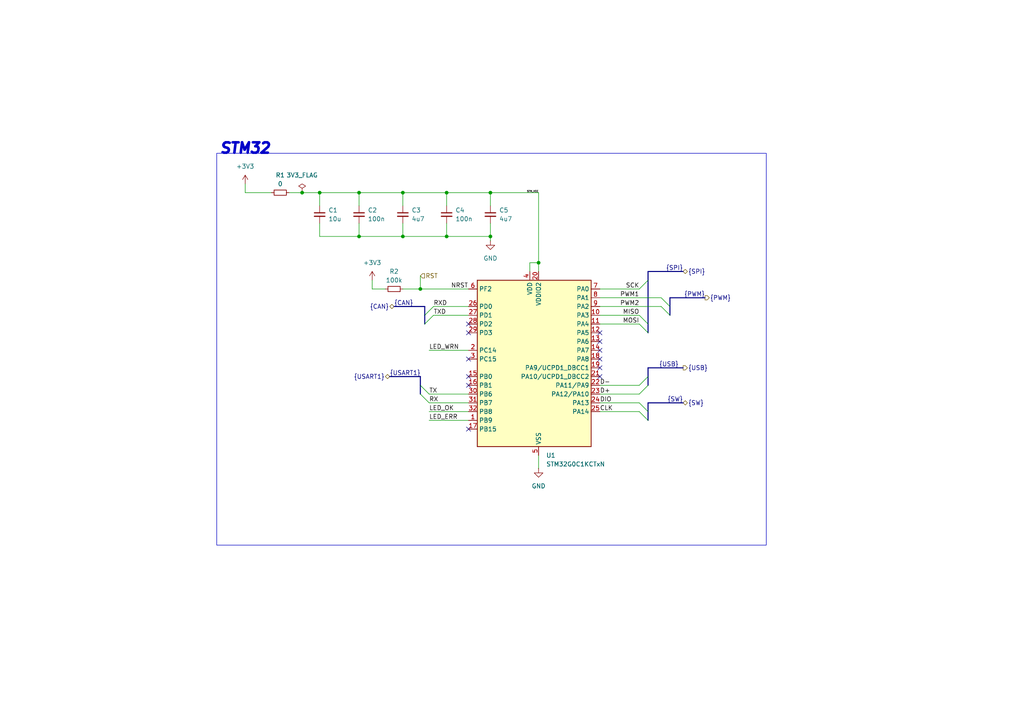
<source format=kicad_sch>
(kicad_sch (version 20250114) (generator "eeschema") (generator_version "9.0")
  (paper "A4")
  (lib_symbols
    (symbol "Device:C_Small" (pin_numbers (hide yes)) (pin_names (offset 0.254) (hide yes))
      (property "Reference" "C" (at 0.254 1.778 0))
      (property "Value" "C_Small" (at 0.254 -2.032 0))
      (symbol "C_Small_0_1"
        (polyline (pts (xy -1.524 0.508) (xy 1.524 0.508)) (stroke (width 0.3048)))
        (polyline (pts (xy -1.524 -0.508) (xy 1.524 -0.508)) (stroke (width 0.3302)))
      )
      (symbol "C_Small_1_1"
        (pin passive line (at 0 2.54 270) (length 2.032) (name "~") (number "1"))
        (pin passive line (at 0 -2.54 90) (length 2.032) (name "~") (number "2"))
      )
    )
    (symbol "Device:R_Small" (pin_numbers (hide yes)) (pin_names (offset 0.254) (hide yes))
      (property "Reference" "R" (at 0.762 0.508 0))
      (property "Value" "R_Small" (at 0.762 -1.016 0))
      (symbol "R_Small_0_1"
        (rectangle (start -0.762 1.778) (end 0.762 -1.778) (stroke (width 0.2032)))
      )
      (symbol "R_Small_1_1"
        (pin passive line (at 0 2.54 270) (length 0.762) (name "~") (number "1"))
        (pin passive line (at 0 -2.54 90) (length 0.762) (name "~") (number "2"))
      )
    )
    (symbol "MCU_ST_STM32G0:STM32G0C1KCTxN"
      (property "Reference" "U1" (at 4.7341 -25.4 0))
      (property "Value" "STM32G0C1KCTxN" (at 4.7341 -27.94 0))
      (symbol "STM32G0C1KCTxN_0_1"
        (rectangle (start -15.24 -22.86) (end 17.78 25.4) (stroke (width 0.254)) (fill (type background)))
      )
      (symbol "STM32G0C1KCTxN_1_1"
        (pin bidirectional line (at -17.78 22.86 0) (length 2.54) (name "PF2") (number "6"))
        (pin bidirectional line (at -17.78 17.78 0) (length 2.54) (name "PD0") (number "26"))
        (pin bidirectional line (at -17.78 15.24 0) (length 2.54) (name "PD1") (number "27"))
        (pin bidirectional line (at -17.78 12.7 0) (length 2.54) (name "PD2") (number "28"))
        (pin bidirectional line (at -17.78 10.16 0) (length 2.54) (name "PD3") (number "29"))
        (pin bidirectional line (at -17.78 5.08 0) (length 2.54) (name "PC14") (number "2"))
        (pin bidirectional line (at -17.78 2.54 0) (length 2.54) (name "PC15") (number "3"))
        (pin bidirectional line (at -17.78 -2.54 0) (length 2.54) (name "PB0") (number "15"))
        (pin bidirectional line (at -17.78 -5.08 0) (length 2.54) (name "PB1") (number "16"))
        (pin bidirectional line (at -17.78 -7.62 0) (length 2.54) (name "PB6") (number "30"))
        (pin bidirectional line (at -17.78 -10.16 0) (length 2.54) (name "PB7") (number "31"))
        (pin bidirectional line (at -17.78 -12.7 0) (length 2.54) (name "PB8") (number "32"))
        (pin bidirectional line (at -17.78 -15.24 0) (length 2.54) (name "PB9") (number "1"))
        (pin bidirectional line (at -17.78 -17.78 0) (length 2.54) (name "PB15") (number "17"))
        (pin power_in line (at 0 27.94 270) (length 2.54) (name "VDD") (number "4"))
        (pin power_in line (at 2.54 27.94 270) (length 2.54) (name "VDDIO2") (number "20"))
        (pin power_out line (at 2.54 -25.4 90) (length 2.54) (name "VSS") (number "5"))
        (pin bidirectional line (at 20.32 22.86 180) (length 2.54) (name "PA0") (number "7"))
        (pin bidirectional line (at 20.32 20.32 180) (length 2.54) (name "PA1") (number "8"))
        (pin bidirectional line (at 20.32 17.78 180) (length 2.54) (name "PA2") (number "9"))
        (pin bidirectional line (at 20.32 15.24 180) (length 2.54) (name "PA3") (number "10"))
        (pin bidirectional line (at 20.32 12.7 180) (length 2.54) (name "PA4") (number "11"))
        (pin bidirectional line (at 20.32 10.16 180) (length 2.54) (name "PA5") (number "12"))
        (pin bidirectional line (at 20.32 7.62 180) (length 2.54) (name "PA6") (number "13"))
        (pin bidirectional line (at 20.32 5.08 180) (length 2.54) (name "PA7") (number "14"))
        (pin bidirectional line (at 20.32 2.54 180) (length 2.54) (name "PA8") (number "18"))
        (pin bidirectional line (at 20.32 0 180) (length 2.54) (name "PA9/UCPD1_DBCC1") (number "19"))
        (pin bidirectional line (at 20.32 -2.54 180) (length 2.54) (name "PA10/UCPD1_DBCC2") (number "21"))
        (pin bidirectional line (at 20.32 -5.08 180) (length 2.54) (name "PA11/PA9") (number "22"))
        (pin bidirectional line (at 20.32 -7.62 180) (length 2.54) (name "PA12/PA10") (number "23"))
        (pin bidirectional line (at 20.32 -10.16 180) (length 2.54) (name "PA13") (number "24"))
        (pin bidirectional line (at 20.32 -12.7 180) (length 2.54) (name "PA14") (number "25"))
      )
    )
    (symbol "power:+3V3" (power) (pin_numbers (hide yes)) (pin_names (offset 0) (hide yes))
      (property "Value" "+3V3" (at 0 3.556 0))
      (symbol "+3V3_0_1"
        (polyline (pts (xy -0.762 1.27) (xy 0 2.54)))
        (polyline (pts (xy 0 2.54) (xy 0.762 1.27)))
        (polyline (pts (xy 0 0) (xy 0 2.54)))
      )
      (symbol "+3V3_1_1"
        (pin power_in line (at 0 0 90) (length 0) (name "~") (number "1"))
      )
    )
    (symbol "power:GND" (power) (pin_numbers (hide yes)) (pin_names (offset 0) (hide yes))
      (property "Value" "GND" (at 0 -3.81 0))
      (symbol "GND_0_1"
        (polyline (pts (xy 0 0) (xy 0 -1.27) (xy 1.27 -1.27) (xy 0 -2.54) (xy -1.27 -1.27) (xy 0 -1.27)))
      )
      (symbol "GND_1_1"
        (pin power_in line (at 0 0 270) (length 0) (name "~") (number "1"))
      )
    )
    (symbol "power:PWR_FLAG" (power) (pin_numbers (hide yes)) (pin_names (offset 0) (hide yes))
      (property "Value" "PWR_FLAG" (at 0 3.81 0))
      (symbol "PWR_FLAG_0_0"
        (pin power_out line (at 0 0 90) (length 0) (name "~") (number "1"))
      )
      (symbol "PWR_FLAG_0_1"
        (polyline (pts (xy 0 0) (xy 0 1.27) (xy -1.016 1.905) (xy 0 2.54) (xy 1.016 1.905) (xy 0 1.27)))
      )
    )
  )
  (bus_alias "CAN" (members "RXD" "TXD"))
  (bus_alias "PWM" (members "PWM1" "PWM2"))
  (bus_alias "SPI" (members "SCK" "MISO" "MOSI"))
  (bus_alias "SW" (members "DIO" "CLK"))
  (bus_alias "USART1" (members "TX" "RX"))
  (bus_alias "USB" (members "D-" "D+"))
  (rectangle (start 62.865 44.45) (end 222.25 158.115))
  (text "STM32" (at 63.5 43.18 0) (effects (font (size 3 3) (thickness 2) (bold yes) (italic yes)) (justify left)))
  (junction (at 87.63 55.88))
  (junction (at 92.71 55.88))
  (junction (at 129.54 68.58))
  (junction (at 156.21 76.2))
  (junction (at 104.14 55.88))
  (junction (at 104.14 68.58))
  (junction (at 129.54 55.88))
  (junction (at 142.24 55.88))
  (junction (at 116.84 55.88))
  (junction (at 116.84 68.58))
  (junction (at 121.92 83.82))
  (junction (at 142.24 68.58))
  (no_connect (at 173.99 99.06))
  (no_connect (at 135.89 111.76))
  (no_connect (at 135.89 109.22))
  (no_connect (at 135.89 124.46))
  (no_connect (at 135.89 93.98))
  (no_connect (at 173.99 104.14))
  (no_connect (at 173.99 96.52))
  (no_connect (at 173.99 101.6))
  (no_connect (at 173.99 109.22))
  (no_connect (at 135.89 96.52))
  (no_connect (at 135.89 104.14))
  (no_connect (at 173.99 106.68))
  (bus_entry (at 121.92 111.76) (size 2.54 2.54))
  (bus_entry (at 187.96 93.98) (size -2.54 -2.54))
  (bus_entry (at 187.96 109.22) (size -2.54 2.54))
  (bus_entry (at 125.73 91.44) (size -2.54 2.54))
  (bus_entry (at 187.96 121.92) (size -2.54 -2.54))
  (bus_entry (at 121.92 114.3) (size 2.54 2.54))
  (bus_entry (at 187.96 111.76) (size -2.54 2.54))
  (bus_entry (at 191.77 88.9) (size 2.54 2.54))
  (bus_entry (at 187.96 81.28) (size -2.54 2.54))
  (bus_entry (at 191.77 86.36) (size 2.54 2.54))
  (bus_entry (at 187.96 96.52) (size -2.54 -2.54))
  (bus_entry (at 125.73 88.9) (size -2.54 2.54))
  (bus_entry (at 187.96 119.38) (size -2.54 -2.54))
  (wire (pts (xy 129.54 64.77) (xy 129.54 68.58)))
  (wire (pts (xy 116.84 55.88) (xy 129.54 55.88)))
  (wire (pts (xy 129.54 55.88) (xy 142.24 55.88)))
  (bus (pts (xy 123.19 88.9) (xy 123.19 91.44)))
  (wire (pts (xy 142.24 55.88) (xy 142.24 59.69)))
  (wire (pts (xy 92.71 64.77) (xy 92.71 68.58)))
  (wire (pts (xy 156.21 132.08) (xy 156.21 135.89)))
  (wire (pts (xy 173.99 86.36) (xy 191.77 86.36)))
  (wire (pts (xy 142.24 68.58) (xy 142.24 69.85)))
  (bus (pts (xy 121.92 109.22) (xy 121.92 111.76)))
  (wire (pts (xy 104.14 64.77) (xy 104.14 68.58)))
  (wire (pts (xy 124.46 116.84) (xy 135.89 116.84)))
  (wire (pts (xy 153.67 76.2) (xy 153.67 78.74)))
  (wire (pts (xy 173.99 119.38) (xy 185.42 119.38)))
  (wire (pts (xy 92.71 68.58) (xy 104.14 68.58)))
  (bus (pts (xy 123.19 88.9) (xy 114.3 88.9)))
  (bus (pts (xy 121.92 111.76) (xy 121.92 114.3)))
  (wire (pts (xy 124.46 119.38) (xy 135.89 119.38)))
  (wire (pts (xy 125.73 88.9) (xy 135.89 88.9)))
  (wire (pts (xy 92.71 59.69) (xy 92.71 55.88)))
  (wire (pts (xy 129.54 55.88) (xy 129.54 59.69)))
  (wire (pts (xy 92.71 55.88) (xy 104.14 55.88)))
  (bus (pts (xy 194.31 88.9) (xy 194.31 86.36)))
  (bus (pts (xy 187.96 116.84) (xy 198.12 116.84)))
  (bus (pts (xy 187.96 93.98) (xy 187.96 96.52)))
  (wire (pts (xy 104.14 68.58) (xy 116.84 68.58)))
  (wire (pts (xy 156.21 76.2) (xy 156.21 78.74)))
  (bus (pts (xy 123.19 91.44) (xy 123.19 93.98)))
  (wire (pts (xy 87.63 55.88) (xy 92.71 55.88)))
  (wire (pts (xy 156.21 76.2) (xy 153.67 76.2)))
  (wire (pts (xy 121.92 80.01) (xy 121.92 83.82)))
  (bus (pts (xy 187.96 119.38) (xy 187.96 121.92)))
  (wire (pts (xy 124.46 101.6) (xy 135.89 101.6)))
  (wire (pts (xy 104.14 59.69) (xy 104.14 55.88)))
  (wire (pts (xy 173.99 114.3) (xy 185.42 114.3)))
  (bus (pts (xy 187.96 106.68) (xy 198.12 106.68)))
  (wire (pts (xy 142.24 55.88) (xy 156.21 55.88)))
  (wire (pts (xy 142.24 64.77) (xy 142.24 68.58)))
  (wire (pts (xy 121.92 83.82) (xy 135.89 83.82)))
  (bus (pts (xy 187.96 78.74) (xy 198.12 78.74)))
  (wire (pts (xy 173.99 91.44) (xy 185.42 91.44)))
  (bus (pts (xy 187.96 106.68) (xy 187.96 109.22)))
  (wire (pts (xy 116.84 64.77) (xy 116.84 68.58)))
  (wire (pts (xy 173.99 116.84) (xy 185.42 116.84)))
  (wire (pts (xy 111.76 83.82) (xy 107.95 83.82)))
  (wire (pts (xy 71.12 55.88) (xy 78.74 55.88)))
  (wire (pts (xy 173.99 83.82) (xy 185.42 83.82)))
  (bus (pts (xy 187.96 78.74) (xy 187.96 81.28)))
  (wire (pts (xy 107.95 81.28) (xy 107.95 83.82)))
  (bus (pts (xy 187.96 116.84) (xy 187.96 119.38)))
  (bus (pts (xy 187.96 81.28) (xy 187.96 93.98)))
  (wire (pts (xy 124.46 114.3) (xy 135.89 114.3)))
  (wire (pts (xy 125.73 91.44) (xy 135.89 91.44)))
  (wire (pts (xy 83.82 55.88) (xy 87.63 55.88)))
  (wire (pts (xy 173.99 93.98) (xy 185.42 93.98)))
  (bus (pts (xy 194.31 91.44) (xy 194.31 88.9)))
  (bus (pts (xy 113.03 109.22) (xy 121.92 109.22)))
  (wire (pts (xy 124.46 121.92) (xy 135.89 121.92)))
  (wire (pts (xy 129.54 68.58) (xy 142.24 68.58)))
  (wire (pts (xy 116.84 68.58) (xy 129.54 68.58)))
  (wire (pts (xy 116.84 83.82) (xy 121.92 83.82)))
  (wire (pts (xy 116.84 55.88) (xy 116.84 59.69)))
  (wire (pts (xy 71.12 53.34) (xy 71.12 55.88)))
  (bus (pts (xy 194.31 86.36) (xy 204.47 86.36)))
  (wire (pts (xy 104.14 55.88) (xy 116.84 55.88)))
  (wire (pts (xy 156.21 55.88) (xy 156.21 76.2)))
  (wire (pts (xy 173.99 111.76) (xy 185.42 111.76)))
  (bus (pts (xy 187.96 109.22) (xy 187.96 111.76)))
  (wire (pts (xy 173.99 88.9) (xy 191.77 88.9)))
  (label "TXD" (at 125.73 91.44 0))
  (label "{USART1}" (at 113.03 109.22 0))
  (label "LED_WRN" (at 124.46 101.6 0))
  (label "TX" (at 124.46 114.3 0))
  (label "CLK" (at 173.99 119.38 0))
  (label "LED_ERR" (at 124.46 121.92 0))
  (label "{USB}" (at 196.85 106.68 180))
  (label "PWM1" (at 185.42 86.36 180))
  (label "D-" (at 173.99 111.76 0))
  (label "MOSI" (at 185.42 93.98 180))
  (label "PWM2" (at 185.42 88.9 180))
  (label "{SW}" (at 198.12 116.84 180))
  (label "LED_OK" (at 124.46 119.38 0))
  (label "RX" (at 124.46 116.84 0))
  (label "D+" (at 173.99 114.3 0))
  (label "STM_VCC" (at 156.21 55.88 180) (effects (font (size 0.5 0.5))))
  (label "{PWM}" (at 204.47 86.36 180))
  (label "RXD" (at 125.73 88.9 0))
  (label "{CAN}" (at 114.3 88.9 0))
  (label "{SPI}" (at 198.12 78.74 180))
  (label "NRST" (at 130.81 83.82 0))
  (label "DIO" (at 173.99 116.84 0))
  (label "SCK" (at 185.42 83.82 180))
  (label "MISO" (at 185.42 91.44 180))
  (hierarchical_label "{SPI}" (shape bidirectional) (at 198.12 78.74 0))
  (hierarchical_label "{PWM}" (shape output) (at 204.47 86.36 0))
  (hierarchical_label "RST" (shape input) (at 121.92 80.01 0))
  (hierarchical_label "{SW}" (shape bidirectional) (at 198.12 116.84 0))
  (hierarchical_label "{CAN}" (shape bidirectional) (at 114.3 88.9 180))
  (hierarchical_label "{USB}" (shape output) (at 198.12 106.68 0))
  (hierarchical_label "{USART1}" (shape bidirectional) (at 113.03 109.22 180))
  (symbol (lib_id "power:+3V3") (at 71.12 53.34 0) (unit 1)
    (property "Reference" "#PWR0102" (effects (hide yes)))
    (property "Value" "+3V3" (at 71.12 48.26 0))
    (property "Description" "Power symbol creates a global label with name \"+3V3\"" (effects (hide yes)))
  )
  (symbol (lib_id "Device:C_Small") (at 92.71 62.23 0) (unit 1)
    (property "Reference" "C1" (at 95.25 60.9663 0) (effects (justify left)))
    (property "Value" "10u" (at 95.25 63.5063 0) (effects (justify left)))
    (property "Footprint" "Capacitor_SMD:C_0603_1608Metric_Pad1.08x0.95mm_HandSolder" (effects (hide yes)))
    (property "Datasheet" "https://www.mouser.pl/datasheet/2/281/1/GRM188R6YA106MA73_01A-1985794.pdf" (effects (hide yes)))
    (property "m" "C0603C104K5RAC3121" (effects (hide yes)))
    (property "Mouser Price/Stock" "https://www.mouser.pl/ProductDetail/Murata-Electronics/GRM188R6YA106MA73J?qs=5aG0NVq1C4xLSwNPdfnaYg%3D%3D" (effects (hide yes)))
  )
  (symbol (lib_id "power:GND") (at 156.21 135.89 0) (unit 1)
    (property "Reference" "#PWR0104" (effects (hide yes)))
    (property "Value" "GND" (at 156.21 140.97 0))
  )
  (symbol (lib_id "MCU_ST_STM32G0:STM32G0C1KCTxN") (at 153.67 106.68 0) (unit 1)
    (property "Reference" "U1" (at 158.4041 132.08 0) (effects (justify left)))
    (property "Value" "STM32G0C1KCTxN" (at 158.4041 134.62 0) (effects (justify left)))
    (property "Footprint" "Package_QFP:LQFP-32_7x7mm_P0.8mm" (effects (hide yes)))
    (property "Datasheet" "https://www.st.com/resource/en/datasheet/stm32g0c1kc.pdf" (effects (hide yes)))
    (property "Mouser Price/Stock" "https://www.mouser.pl/ProductDetail/STMicroelectronics/STM32G0C1KCT6N?qs=iLbezkQI%252Bshu4f%252BBp0CpFw%3D%3D" (effects (hide yes)))
  )
  (symbol (lib_id "Device:C_Small") (at 104.14 62.23 0) (unit 1)
    (property "Reference" "C2" (at 106.68 60.9663 0) (effects (justify left)))
    (property "Value" "100n" (at 106.68 63.5063 0) (effects (justify left)))
    (property "Footprint" "Capacitor_SMD:C_0603_1608Metric_Pad1.08x0.95mm_HandSolder" (effects (hide yes)))
    (property "Datasheet" "https://www.mouser.pl/datasheet/2/447/KEM_C1002_X7R_SMD-3316098.pdf" (effects (hide yes)))
    (property "m" "C0603C104K5RAC3121" (effects (hide yes)))
    (property "Mouser Price/Stock" "https://www.mouser.pl/ProductDetail/KEMET/C0603C104J5RACTM?qs=JHaSZE6YWYWxKFeO4jSa6A%3D%3D" (effects (hide yes)))
  )
  (symbol (lib_id "Device:R_Small") (at 114.3 83.82 90) (unit 1)
    (property "Reference" "R2" (at 114.3 78.74 90))
    (property "Value" "100k" (at 114.3 81.28 90))
    (property "Footprint" "Resistor_SMD:R_0603_1608Metric_Pad0.98x0.95mm_HandSolder" (effects (hide yes)))
    (property "Datasheet" "https://www.koaspeer.com/pdfs/RK73B.pdf" (effects (hide yes)))
    (property "Description" "Resistor, small symbol" (effects (hide yes)))
    (property "Mouser" "https://www.mouser.pl/ProductDetail/KOA-Speer/RK73Z1JTTDD?qs=sGAEpiMZZMtlubZbdhIBIOIkEhSyZ1IOpjyUKjVzbOA%3D" (effects (hide yes)))
    (property "Mouser Price/Stock" "https://www.mouser.pl/ProductDetail/KOA-Speer/RK73B1JTTD104J?qs=sGAEpiMZZMvdGkrng054t2HaaJFon%252B0pQ1vDU7rpyKc%3D" (effects (hide yes)))
  )
  (symbol (lib_id "power:PWR_FLAG") (at 87.63 55.88 0) (unit 1)
    (property "Reference" "#FLG0101" (effects (hide yes)))
    (property "Value" "3V3_FLAG" (at 87.63 50.8 0))
    (property "Description" "Special symbol for telling ERC where power comes from" (effects (hide yes)))
  )
  (symbol (lib_id "Device:C_Small") (at 116.84 62.23 0) (unit 1)
    (property "Reference" "C3" (at 119.38 60.9662 0) (effects (justify left)))
    (property "Value" "4u7" (at 119.38 63.5062 0) (effects (justify left)))
    (property "Footprint" "Capacitor_SMD:C_0603_1608Metric_Pad1.08x0.95mm_HandSolder" (effects (hide yes)))
    (property "Datasheet" "https://www.mouser.pl/datasheet/2/396/ML_mlcc_all_e-3369844.pdf" (effects (hide yes)))
    (property "m" "CL10A475KQ8NNNL" (effects (hide yes)))
    (property "Mouser Price/Stock" "https://www.mouser.pl/ProductDetail/TAIYO-YUDEN/MLASG168BB5475KTNA01?qs=tlsG%2FOw5FFhCGJXg7RRAyQ%3D%3D" (effects (hide yes)))
  )
  (symbol (lib_id "Device:C_Small") (at 129.54 62.23 0) (unit 1)
    (property "Reference" "C4" (at 132.08 60.9662 0) (effects (justify left)))
    (property "Value" "100n" (at 132.08 63.5062 0) (effects (justify left)))
    (property "Footprint" "Capacitor_SMD:C_0603_1608Metric_Pad1.08x0.95mm_HandSolder" (effects (hide yes)))
    (property "Datasheet" "https://www.mouser.pl/datasheet/2/447/KEM_C1002_X7R_SMD-3316098.pdf" (effects (hide yes)))
    (property "m" "C0603C104K5RAC3121" (effects (hide yes)))
    (property "Mouser Price/Stock" "https://www.mouser.pl/ProductDetail/KEMET/C0603C104J5RACTM?qs=JHaSZE6YWYWxKFeO4jSa6A%3D%3D" (effects (hide yes)))
  )
  (symbol (lib_id "Device:C_Small") (at 142.24 62.23 0) (unit 1)
    (property "Reference" "C5" (at 144.78 60.9663 0) (effects (justify left)))
    (property "Value" "4u7" (at 144.78 63.5 0) (effects (justify left)))
    (property "Footprint" "Capacitor_SMD:C_0603_1608Metric_Pad1.08x0.95mm_HandSolder" (effects (hide yes)))
    (property "Datasheet" "https://www.mouser.pl/datasheet/2/396/ML_mlcc_all_e-3369844.pdf" (effects (hide yes)))
    (property "m" "CL10A475KQ8NNNL" (effects (hide yes)))
    (property "Mouser Price/Stock" "https://www.mouser.pl/ProductDetail/TAIYO-YUDEN/MLASG168BB5475KTNA01?qs=tlsG%2FOw5FFhCGJXg7RRAyQ%3D%3D" (effects (hide yes)))
  )
  (symbol (lib_id "Device:R_Small") (at 81.28 55.88 90) (unit 1)
    (property "Reference" "R1" (at 81.28 50.8 90))
    (property "Value" "0" (at 81.28 53.34 90))
    (property "Footprint" "Resistor_SMD:R_0603_1608Metric_Pad0.98x0.95mm_HandSolder" (effects (hide yes)))
    (property "Datasheet" "https://www.vishay.com/docs/20035/dcrcwe3.pdf" (effects (hide yes)))
    (property "Description" "Resistor, small symbol" (effects (hide yes)))
    (property "Mouser" "https://www.mouser.pl/ProductDetail/KOA-Speer/RK73Z1JTTDD?qs=sGAEpiMZZMtlubZbdhIBIOIkEhSyZ1IOpjyUKjVzbOA%3D" (effects (hide yes)))
    (property "Mouser Price/Stock" "https://www.mouser.pl/ProductDetail/Vishay-Dale/CRCW06030000Z0ED?qs=sGAEpiMZZMtlubZbdhIBIKbhzOdzan%2FGQpe36dKZ2cw%3D" (effects (hide yes)))
  )
  (symbol (lib_id "power:GND") (at 142.24 69.85 0) (unit 1)
    (property "Reference" "#PWR0103" (effects (hide yes)))
    (property "Value" "GND" (at 142.24 74.93 0))
  )
  (symbol (lib_id "power:+3V3") (at 107.95 81.28 0) (unit 1)
    (property "Reference" "#PWR0101" (effects (hide yes)))
    (property "Value" "+3V3" (at 107.95 76.2 0))
    (property "Description" "Power symbol creates a global label with name \"+3V3\"" (effects (hide yes)))
  )
)
</source>
